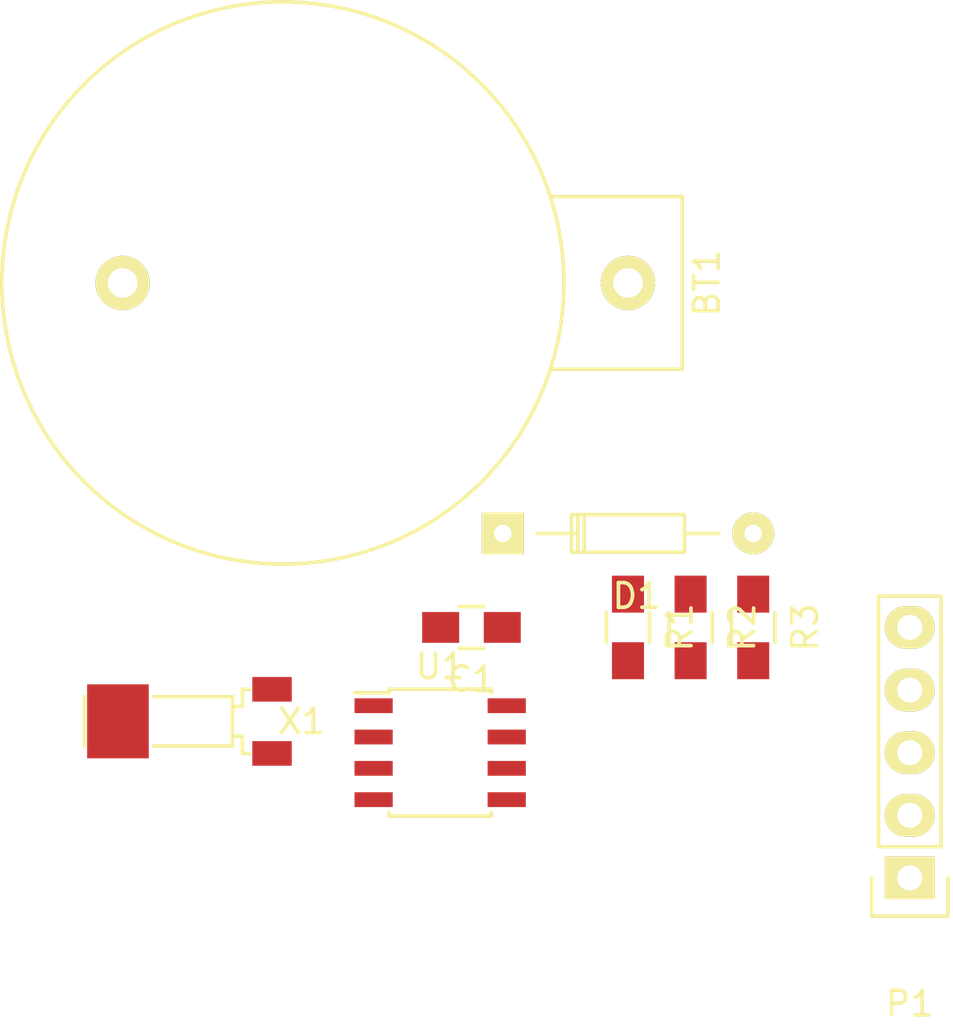
<source format=kicad_pcb>
(kicad_pcb (version 4) (host pcbnew 0.201508170901+6097~28~ubuntu14.04.1-product)

  (general
    (links 19)
    (no_connects 19)
    (area 0 0 0 0)
    (thickness 1.6)
    (drawings 0)
    (tracks 0)
    (zones 0)
    (modules 9)
    (nets 10)
  )

  (page A4)
  (layers
    (0 F.Cu signal)
    (31 B.Cu signal)
    (32 B.Adhes user)
    (33 F.Adhes user)
    (34 B.Paste user)
    (35 F.Paste user)
    (36 B.SilkS user)
    (37 F.SilkS user)
    (38 B.Mask user)
    (39 F.Mask user)
    (40 Dwgs.User user)
    (41 Cmts.User user)
    (42 Eco1.User user)
    (43 Eco2.User user)
    (44 Edge.Cuts user)
    (45 Margin user)
    (46 B.CrtYd user)
    (47 F.CrtYd user)
    (48 B.Fab user)
    (49 F.Fab user)
  )

  (setup
    (last_trace_width 0.508)
    (user_trace_width 0.2032)
    (user_trace_width 0.254)
    (user_trace_width 0.3048)
    (user_trace_width 0.3556)
    (user_trace_width 0.4064)
    (user_trace_width 0.4572)
    (user_trace_width 0.508)
    (trace_clearance 0.2)
    (zone_clearance 0.508)
    (zone_45_only no)
    (trace_min 0.2032)
    (segment_width 0.2)
    (edge_width 0.15)
    (via_size 0.6)
    (via_drill 0.4)
    (via_min_size 0.5)
    (via_min_drill 0.3)
    (user_via 0.5 0.3)
    (user_via 0.6 0.4)
    (uvia_size 0.3)
    (uvia_drill 0.1)
    (uvias_allowed no)
    (uvia_min_size 0)
    (uvia_min_drill 0)
    (pcb_text_width 0.3)
    (pcb_text_size 1.5 1.5)
    (mod_edge_width 0.15)
    (mod_text_size 1 1)
    (mod_text_width 0.15)
    (pad_size 1.524 1.524)
    (pad_drill 0.762)
    (pad_to_mask_clearance 0.2)
    (aux_axis_origin 0 0)
    (visible_elements FFFFFF7F)
    (pcbplotparams
      (layerselection 0x00030_80000001)
      (usegerberextensions false)
      (excludeedgelayer true)
      (linewidth 0.100000)
      (plotframeref false)
      (viasonmask false)
      (mode 1)
      (useauxorigin false)
      (hpglpennumber 1)
      (hpglpenspeed 20)
      (hpglpendiameter 15)
      (hpglpenoverlay 2)
      (psnegative false)
      (psa4output false)
      (plotreference true)
      (plotvalue true)
      (plotinvisibletext false)
      (padsonsilk false)
      (subtractmaskfromsilk false)
      (outputformat 1)
      (mirror false)
      (drillshape 1)
      (scaleselection 1)
      (outputdirectory ""))
  )

  (net 0 "")
  (net 1 GND)
  (net 2 +BATT)
  (net 3 "Net-(C1-Pad1)")
  (net 4 VCC)
  (net 5 "Net-(P1-Pad2)")
  (net 6 "Net-(P1-Pad3)")
  (net 7 "Net-(P1-Pad4)")
  (net 8 "Net-(U1-Pad1)")
  (net 9 "Net-(U1-Pad2)")

  (net_class Default "Dies ist die voreingestellte Netzklasse."
    (clearance 0.2)
    (trace_width 0.25)
    (via_dia 0.6)
    (via_drill 0.4)
    (uvia_dia 0.3)
    (uvia_drill 0.1)
    (add_net +BATT)
    (add_net GND)
    (add_net "Net-(C1-Pad1)")
    (add_net "Net-(P1-Pad2)")
    (add_net "Net-(P1-Pad3)")
    (add_net "Net-(P1-Pad4)")
    (add_net "Net-(U1-Pad1)")
    (add_net "Net-(U1-Pad2)")
    (add_net VCC)
  )

  (module KZH-20:KZH-20 (layer F.Cu) (tedit 573CB248) (tstamp 573CB3C0)
    (at 121.92 46.99)
    (path /573CB2A4)
    (fp_text reference BT1 (at 3.2 0 90) (layer F.SilkS)
      (effects (font (size 1 1) (thickness 0.15)))
    )
    (fp_text value 2x3V (at -12.4 0 90) (layer F.Fab)
      (effects (font (size 1 1) (thickness 0.15)))
    )
    (fp_line (start 2.2 3.5) (end -3.1 3.5) (layer F.SilkS) (width 0.15))
    (fp_line (start 2.2 -3.5) (end -3.1 -3.5) (layer F.SilkS) (width 0.15))
    (fp_line (start 2.2 -3.5) (end 2.2 3.5) (layer F.SilkS) (width 0.15))
    (fp_circle (center -14 0) (end -25.4 0) (layer F.SilkS) (width 0.15))
    (pad 2 thru_hole circle (at -20.5 0) (size 2.2 2.2) (drill 1.2) (layers *.Cu *.Mask F.SilkS)
      (net 1 GND))
    (pad 1 thru_hole circle (at 0 0) (size 2.2 2.2) (drill 1.2) (layers *.Cu *.Mask F.SilkS)
      (net 2 +BATT))
  )

  (module Capacitors_SMD:C_0805_HandSoldering (layer F.Cu) (tedit 541A9B8D) (tstamp 573CB3C6)
    (at 115.57 60.96 180)
    (descr "Capacitor SMD 0805, hand soldering")
    (tags "capacitor 0805")
    (path /573C9939)
    (attr smd)
    (fp_text reference C1 (at 0 -2.1 180) (layer F.SilkS)
      (effects (font (size 1 1) (thickness 0.15)))
    )
    (fp_text value 100nF (at 0 2.1 180) (layer F.Fab)
      (effects (font (size 1 1) (thickness 0.15)))
    )
    (fp_line (start -2.3 -1) (end 2.3 -1) (layer F.CrtYd) (width 0.05))
    (fp_line (start -2.3 1) (end 2.3 1) (layer F.CrtYd) (width 0.05))
    (fp_line (start -2.3 -1) (end -2.3 1) (layer F.CrtYd) (width 0.05))
    (fp_line (start 2.3 -1) (end 2.3 1) (layer F.CrtYd) (width 0.05))
    (fp_line (start 0.5 -0.85) (end -0.5 -0.85) (layer F.SilkS) (width 0.15))
    (fp_line (start -0.5 0.85) (end 0.5 0.85) (layer F.SilkS) (width 0.15))
    (pad 1 smd rect (at -1.25 0 180) (size 1.5 1.25) (layers F.Cu F.Paste F.Mask)
      (net 3 "Net-(C1-Pad1)"))
    (pad 2 smd rect (at 1.25 0 180) (size 1.5 1.25) (layers F.Cu F.Paste F.Mask)
      (net 1 GND))
    (model Capacitors_SMD.3dshapes/C_0805_HandSoldering.wrl
      (at (xyz 0 0 0))
      (scale (xyz 1 1 1))
      (rotate (xyz 0 0 0))
    )
  )

  (module Diodes_ThroughHole:Diode_DO-35_SOD27_Horizontal_RM10 (layer F.Cu) (tedit 552FFC30) (tstamp 573CB3CC)
    (at 116.84 57.15)
    (descr "Diode, DO-35,  SOD27, Horizontal, RM 10mm")
    (tags "Diode, DO-35, SOD27, Horizontal, RM 10mm, 1N4148,")
    (path /573CA5BE)
    (fp_text reference D1 (at 5.43052 2.53746) (layer F.SilkS)
      (effects (font (size 1 1) (thickness 0.15)))
    )
    (fp_text value D (at 4.41452 -3.55854) (layer F.Fab)
      (effects (font (size 1 1) (thickness 0.15)))
    )
    (fp_line (start 7.36652 -0.00254) (end 8.76352 -0.00254) (layer F.SilkS) (width 0.15))
    (fp_line (start 2.92152 -0.00254) (end 1.39752 -0.00254) (layer F.SilkS) (width 0.15))
    (fp_line (start 3.30252 -0.76454) (end 3.30252 0.75946) (layer F.SilkS) (width 0.15))
    (fp_line (start 3.04852 -0.76454) (end 3.04852 0.75946) (layer F.SilkS) (width 0.15))
    (fp_line (start 2.79452 -0.00254) (end 2.79452 0.75946) (layer F.SilkS) (width 0.15))
    (fp_line (start 2.79452 0.75946) (end 7.36652 0.75946) (layer F.SilkS) (width 0.15))
    (fp_line (start 7.36652 0.75946) (end 7.36652 -0.76454) (layer F.SilkS) (width 0.15))
    (fp_line (start 7.36652 -0.76454) (end 2.79452 -0.76454) (layer F.SilkS) (width 0.15))
    (fp_line (start 2.79452 -0.76454) (end 2.79452 -0.00254) (layer F.SilkS) (width 0.15))
    (pad 2 thru_hole circle (at 10.16052 -0.00254 180) (size 1.69926 1.69926) (drill 0.70104) (layers *.Cu *.Mask F.SilkS)
      (net 2 +BATT))
    (pad 1 thru_hole rect (at 0.00052 -0.00254 180) (size 1.69926 1.69926) (drill 0.70104) (layers *.Cu *.Mask F.SilkS)
      (net 3 "Net-(C1-Pad1)"))
    (model Diodes_ThroughHole.3dshapes/Diode_DO-35_SOD27_Horizontal_RM10.wrl
      (at (xyz 0.2 0 0))
      (scale (xyz 0.4 0.4 0.4))
      (rotate (xyz 0 0 180))
    )
  )

  (module Pin_Headers:Pin_Header_Straight_1x05 (layer F.Cu) (tedit 54EA0684) (tstamp 573CB3D5)
    (at 133.35 71.12 180)
    (descr "Through hole pin header")
    (tags "pin header")
    (path /573CA839)
    (fp_text reference P1 (at 0 -5.1 180) (layer F.SilkS)
      (effects (font (size 1 1) (thickness 0.15)))
    )
    (fp_text value I2C (at 0 -3.1 180) (layer F.Fab)
      (effects (font (size 1 1) (thickness 0.15)))
    )
    (fp_line (start -1.55 0) (end -1.55 -1.55) (layer F.SilkS) (width 0.15))
    (fp_line (start -1.55 -1.55) (end 1.55 -1.55) (layer F.SilkS) (width 0.15))
    (fp_line (start 1.55 -1.55) (end 1.55 0) (layer F.SilkS) (width 0.15))
    (fp_line (start -1.75 -1.75) (end -1.75 11.95) (layer F.CrtYd) (width 0.05))
    (fp_line (start 1.75 -1.75) (end 1.75 11.95) (layer F.CrtYd) (width 0.05))
    (fp_line (start -1.75 -1.75) (end 1.75 -1.75) (layer F.CrtYd) (width 0.05))
    (fp_line (start -1.75 11.95) (end 1.75 11.95) (layer F.CrtYd) (width 0.05))
    (fp_line (start 1.27 1.27) (end 1.27 11.43) (layer F.SilkS) (width 0.15))
    (fp_line (start 1.27 11.43) (end -1.27 11.43) (layer F.SilkS) (width 0.15))
    (fp_line (start -1.27 11.43) (end -1.27 1.27) (layer F.SilkS) (width 0.15))
    (fp_line (start 1.27 1.27) (end -1.27 1.27) (layer F.SilkS) (width 0.15))
    (pad 1 thru_hole rect (at 0 0 180) (size 2.032 1.7272) (drill 1.016) (layers *.Cu *.Mask F.SilkS)
      (net 4 VCC))
    (pad 2 thru_hole oval (at 0 2.54 180) (size 2.032 1.7272) (drill 1.016) (layers *.Cu *.Mask F.SilkS)
      (net 5 "Net-(P1-Pad2)"))
    (pad 3 thru_hole oval (at 0 5.08 180) (size 2.032 1.7272) (drill 1.016) (layers *.Cu *.Mask F.SilkS)
      (net 6 "Net-(P1-Pad3)"))
    (pad 4 thru_hole oval (at 0 7.62 180) (size 2.032 1.7272) (drill 1.016) (layers *.Cu *.Mask F.SilkS)
      (net 7 "Net-(P1-Pad4)"))
    (pad 5 thru_hole oval (at 0 10.16 180) (size 2.032 1.7272) (drill 1.016) (layers *.Cu *.Mask F.SilkS)
      (net 1 GND))
    (model Pin_Headers.3dshapes/Pin_Header_Straight_1x05.wrl
      (at (xyz 0 -0.2 0))
      (scale (xyz 1 1 1))
      (rotate (xyz 0 0 90))
    )
  )

  (module Resistors_SMD:R_0805_HandSoldering (layer F.Cu) (tedit 54189DEE) (tstamp 573CB3DB)
    (at 121.92 60.96 270)
    (descr "Resistor SMD 0805, hand soldering")
    (tags "resistor 0805")
    (path /573C9691)
    (attr smd)
    (fp_text reference R1 (at 0 -2.1 270) (layer F.SilkS)
      (effects (font (size 1 1) (thickness 0.15)))
    )
    (fp_text value 10k (at 0 2.1 270) (layer F.Fab)
      (effects (font (size 1 1) (thickness 0.15)))
    )
    (fp_line (start -2.4 -1) (end 2.4 -1) (layer F.CrtYd) (width 0.05))
    (fp_line (start -2.4 1) (end 2.4 1) (layer F.CrtYd) (width 0.05))
    (fp_line (start -2.4 -1) (end -2.4 1) (layer F.CrtYd) (width 0.05))
    (fp_line (start 2.4 -1) (end 2.4 1) (layer F.CrtYd) (width 0.05))
    (fp_line (start 0.6 0.875) (end -0.6 0.875) (layer F.SilkS) (width 0.15))
    (fp_line (start -0.6 -0.875) (end 0.6 -0.875) (layer F.SilkS) (width 0.15))
    (pad 1 smd rect (at -1.35 0 270) (size 1.5 1.3) (layers F.Cu F.Paste F.Mask)
      (net 4 VCC))
    (pad 2 smd rect (at 1.35 0 270) (size 1.5 1.3) (layers F.Cu F.Paste F.Mask)
      (net 7 "Net-(P1-Pad4)"))
    (model Resistors_SMD.3dshapes/R_0805_HandSoldering.wrl
      (at (xyz 0 0 0))
      (scale (xyz 1 1 1))
      (rotate (xyz 0 0 0))
    )
  )

  (module Resistors_SMD:R_0805_HandSoldering (layer F.Cu) (tedit 54189DEE) (tstamp 573CB3E1)
    (at 124.46 60.96 270)
    (descr "Resistor SMD 0805, hand soldering")
    (tags "resistor 0805")
    (path /573C966D)
    (attr smd)
    (fp_text reference R2 (at 0 -2.1 270) (layer F.SilkS)
      (effects (font (size 1 1) (thickness 0.15)))
    )
    (fp_text value 10k (at 0 2.1 270) (layer F.Fab)
      (effects (font (size 1 1) (thickness 0.15)))
    )
    (fp_line (start -2.4 -1) (end 2.4 -1) (layer F.CrtYd) (width 0.05))
    (fp_line (start -2.4 1) (end 2.4 1) (layer F.CrtYd) (width 0.05))
    (fp_line (start -2.4 -1) (end -2.4 1) (layer F.CrtYd) (width 0.05))
    (fp_line (start 2.4 -1) (end 2.4 1) (layer F.CrtYd) (width 0.05))
    (fp_line (start 0.6 0.875) (end -0.6 0.875) (layer F.SilkS) (width 0.15))
    (fp_line (start -0.6 -0.875) (end 0.6 -0.875) (layer F.SilkS) (width 0.15))
    (pad 1 smd rect (at -1.35 0 270) (size 1.5 1.3) (layers F.Cu F.Paste F.Mask)
      (net 4 VCC))
    (pad 2 smd rect (at 1.35 0 270) (size 1.5 1.3) (layers F.Cu F.Paste F.Mask)
      (net 6 "Net-(P1-Pad3)"))
    (model Resistors_SMD.3dshapes/R_0805_HandSoldering.wrl
      (at (xyz 0 0 0))
      (scale (xyz 1 1 1))
      (rotate (xyz 0 0 0))
    )
  )

  (module Resistors_SMD:R_0805_HandSoldering (layer F.Cu) (tedit 54189DEE) (tstamp 573CB3E7)
    (at 127 60.96 270)
    (descr "Resistor SMD 0805, hand soldering")
    (tags "resistor 0805")
    (path /573C95EE)
    (attr smd)
    (fp_text reference R3 (at 0 -2.1 270) (layer F.SilkS)
      (effects (font (size 1 1) (thickness 0.15)))
    )
    (fp_text value 10k (at 0 2.1 270) (layer F.Fab)
      (effects (font (size 1 1) (thickness 0.15)))
    )
    (fp_line (start -2.4 -1) (end 2.4 -1) (layer F.CrtYd) (width 0.05))
    (fp_line (start -2.4 1) (end 2.4 1) (layer F.CrtYd) (width 0.05))
    (fp_line (start -2.4 -1) (end -2.4 1) (layer F.CrtYd) (width 0.05))
    (fp_line (start 2.4 -1) (end 2.4 1) (layer F.CrtYd) (width 0.05))
    (fp_line (start 0.6 0.875) (end -0.6 0.875) (layer F.SilkS) (width 0.15))
    (fp_line (start -0.6 -0.875) (end 0.6 -0.875) (layer F.SilkS) (width 0.15))
    (pad 1 smd rect (at -1.35 0 270) (size 1.5 1.3) (layers F.Cu F.Paste F.Mask)
      (net 4 VCC))
    (pad 2 smd rect (at 1.35 0 270) (size 1.5 1.3) (layers F.Cu F.Paste F.Mask)
      (net 5 "Net-(P1-Pad2)"))
    (model Resistors_SMD.3dshapes/R_0805_HandSoldering.wrl
      (at (xyz 0 0 0))
      (scale (xyz 1 1 1))
      (rotate (xyz 0 0 0))
    )
  )

  (module Housings_SOIC:SOIC-8_3.9x4.9mm_Pitch1.27mm (layer F.Cu) (tedit 54130A77) (tstamp 573CB3F3)
    (at 114.3 66.04)
    (descr "8-Lead Plastic Small Outline (SN) - Narrow, 3.90 mm Body [SOIC] (see Microchip Packaging Specification 00000049BS.pdf)")
    (tags "SOIC 1.27")
    (path /573C94F0)
    (attr smd)
    (fp_text reference U1 (at 0 -3.5) (layer F.SilkS)
      (effects (font (size 1 1) (thickness 0.15)))
    )
    (fp_text value DS1307 (at 0 3.5) (layer F.Fab)
      (effects (font (size 1 1) (thickness 0.15)))
    )
    (fp_line (start -3.75 -2.75) (end -3.75 2.75) (layer F.CrtYd) (width 0.05))
    (fp_line (start 3.75 -2.75) (end 3.75 2.75) (layer F.CrtYd) (width 0.05))
    (fp_line (start -3.75 -2.75) (end 3.75 -2.75) (layer F.CrtYd) (width 0.05))
    (fp_line (start -3.75 2.75) (end 3.75 2.75) (layer F.CrtYd) (width 0.05))
    (fp_line (start -2.075 -2.575) (end -2.075 -2.43) (layer F.SilkS) (width 0.15))
    (fp_line (start 2.075 -2.575) (end 2.075 -2.43) (layer F.SilkS) (width 0.15))
    (fp_line (start 2.075 2.575) (end 2.075 2.43) (layer F.SilkS) (width 0.15))
    (fp_line (start -2.075 2.575) (end -2.075 2.43) (layer F.SilkS) (width 0.15))
    (fp_line (start -2.075 -2.575) (end 2.075 -2.575) (layer F.SilkS) (width 0.15))
    (fp_line (start -2.075 2.575) (end 2.075 2.575) (layer F.SilkS) (width 0.15))
    (fp_line (start -2.075 -2.43) (end -3.475 -2.43) (layer F.SilkS) (width 0.15))
    (pad 1 smd rect (at -2.7 -1.905) (size 1.55 0.6) (layers F.Cu F.Paste F.Mask)
      (net 8 "Net-(U1-Pad1)"))
    (pad 2 smd rect (at -2.7 -0.635) (size 1.55 0.6) (layers F.Cu F.Paste F.Mask)
      (net 9 "Net-(U1-Pad2)"))
    (pad 3 smd rect (at -2.7 0.635) (size 1.55 0.6) (layers F.Cu F.Paste F.Mask)
      (net 1 GND))
    (pad 4 smd rect (at -2.7 1.905) (size 1.55 0.6) (layers F.Cu F.Paste F.Mask)
      (net 1 GND))
    (pad 5 smd rect (at 2.7 1.905) (size 1.55 0.6) (layers F.Cu F.Paste F.Mask)
      (net 5 "Net-(P1-Pad2)"))
    (pad 6 smd rect (at 2.7 0.635) (size 1.55 0.6) (layers F.Cu F.Paste F.Mask)
      (net 6 "Net-(P1-Pad3)"))
    (pad 7 smd rect (at 2.7 -0.635) (size 1.55 0.6) (layers F.Cu F.Paste F.Mask)
      (net 7 "Net-(P1-Pad4)"))
    (pad 8 smd rect (at 2.7 -1.905) (size 1.55 0.6) (layers F.Cu F.Paste F.Mask)
      (net 3 "Net-(C1-Pad1)"))
    (model Housings_SOIC.3dshapes/SOIC-8_3.9x4.9mm_Pitch1.27mm.wrl
      (at (xyz 0 0 0))
      (scale (xyz 1 1 1))
      (rotate (xyz 0 0 0))
    )
  )

  (module MS1V-T1K:MS1V-T1K (layer F.Cu) (tedit 573CB409) (tstamp 573CB3FA)
    (at 106.68 64.77)
    (path /573CB5EB)
    (fp_text reference X1 (at 2 0) (layer F.SilkS)
      (effects (font (size 1 1) (thickness 0.15)))
    )
    (fp_text value 32.768kHz (at -5 0) (layer F.Fab)
      (effects (font (size 1 1) (thickness 0.15)))
    )
    (fp_line (start -0.1 1.3) (end -0.4 1.3) (layer F.SilkS) (width 0.15))
    (fp_line (start -0.4 1.3) (end -0.4 0.6) (layer F.SilkS) (width 0.15))
    (fp_line (start -0.4 0.6) (end -0.8 0.6) (layer F.SilkS) (width 0.15))
    (fp_line (start -0.1 -1.3) (end -0.4 -1.3) (layer F.SilkS) (width 0.15))
    (fp_line (start -0.4 -1.3) (end -0.4 -0.6) (layer F.SilkS) (width 0.15))
    (fp_line (start -0.4 -0.6) (end -0.8 -0.6) (layer F.SilkS) (width 0.15))
    (fp_line (start -0.8 -1) (end -0.8 1) (layer F.SilkS) (width 0.15))
    (fp_line (start -4 1) (end -0.8 1) (layer F.SilkS) (width 0.15))
    (fp_line (start -4 -1) (end -0.8 -1) (layer F.SilkS) (width 0.15))
    (fp_line (start -6.8 -1) (end -6.8 1) (layer F.SilkS) (width 0.15))
    (pad 1 smd rect (at 0.8 1.3) (size 1.6 1) (layers F.Cu F.Paste F.Mask)
      (net 9 "Net-(U1-Pad2)"))
    (pad 2 smd rect (at 0.8 -1.3) (size 1.6 1) (layers F.Cu F.Paste F.Mask)
      (net 8 "Net-(U1-Pad1)"))
    (pad 3 smd rect (at -5.45 0) (size 2.5 3) (layers F.Cu F.Paste F.Mask)
      (net 1 GND))
  )

)

</source>
